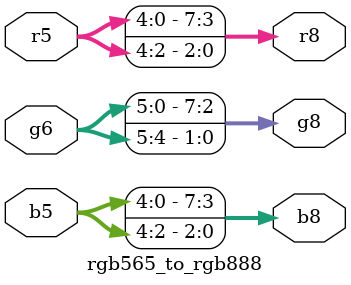
<source format=sv>
`timescale 1ns / 1ps

module rgb565_to_rgb888 (
    input  logic [4:0] r5,
    input  logic [5:0] g6,
    input  logic [4:0] b5,
    output logic [7:0] r8,
    output logic [7:0] g8,
    output logic [7:0] b8
);
    assign r8 = {r5, r5[4:2]};
    assign g8 = {g6, g6[5:4]};
    assign b8 = {b5, b5[4:2]};
endmodule

</source>
